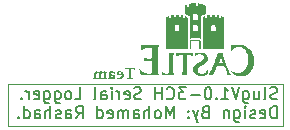
<source format=gbo>
G04 #@! TF.GenerationSoftware,KiCad,Pcbnew,8.0.7*
G04 #@! TF.CreationDate,2025-03-03T01:54:19+02:00*
G04 #@! TF.ProjectId,slug_v1_0,736c7567-5f76-4315-9f30-2e6b69636164,rev?*
G04 #@! TF.SameCoordinates,Original*
G04 #@! TF.FileFunction,Legend,Bot*
G04 #@! TF.FilePolarity,Positive*
%FSLAX46Y46*%
G04 Gerber Fmt 4.6, Leading zero omitted, Abs format (unit mm)*
G04 Created by KiCad (PCBNEW 8.0.7) date 2025-03-03 01:54:19*
%MOMM*%
%LPD*%
G01*
G04 APERTURE LIST*
%ADD10C,0.100000*%
%ADD11C,0.200000*%
%ADD12C,0.250000*%
%ADD13C,0.000000*%
%ADD14R,1.700000X1.700000*%
%ADD15O,1.700000X1.700000*%
%ADD16O,1.900000X1.200000*%
%ADD17C,1.450000*%
%ADD18C,1.000000*%
G04 APERTURE END LIST*
D10*
X98040000Y-125117300D02*
X121330000Y-125117300D01*
X121330000Y-128662700D01*
X98040000Y-128662700D01*
X98040000Y-125117300D01*
D11*
X120867945Y-126319656D02*
X120725088Y-126367275D01*
X120725088Y-126367275D02*
X120486993Y-126367275D01*
X120486993Y-126367275D02*
X120391755Y-126319656D01*
X120391755Y-126319656D02*
X120344136Y-126272036D01*
X120344136Y-126272036D02*
X120296517Y-126176798D01*
X120296517Y-126176798D02*
X120296517Y-126081560D01*
X120296517Y-126081560D02*
X120344136Y-125986322D01*
X120344136Y-125986322D02*
X120391755Y-125938703D01*
X120391755Y-125938703D02*
X120486993Y-125891084D01*
X120486993Y-125891084D02*
X120677469Y-125843465D01*
X120677469Y-125843465D02*
X120772707Y-125795846D01*
X120772707Y-125795846D02*
X120820326Y-125748227D01*
X120820326Y-125748227D02*
X120867945Y-125652989D01*
X120867945Y-125652989D02*
X120867945Y-125557751D01*
X120867945Y-125557751D02*
X120820326Y-125462513D01*
X120820326Y-125462513D02*
X120772707Y-125414894D01*
X120772707Y-125414894D02*
X120677469Y-125367275D01*
X120677469Y-125367275D02*
X120439374Y-125367275D01*
X120439374Y-125367275D02*
X120296517Y-125414894D01*
X119725088Y-126367275D02*
X119820326Y-126319656D01*
X119820326Y-126319656D02*
X119867945Y-126224417D01*
X119867945Y-126224417D02*
X119867945Y-125367275D01*
X118915564Y-125700608D02*
X118915564Y-126367275D01*
X119344135Y-125700608D02*
X119344135Y-126224417D01*
X119344135Y-126224417D02*
X119296516Y-126319656D01*
X119296516Y-126319656D02*
X119201278Y-126367275D01*
X119201278Y-126367275D02*
X119058421Y-126367275D01*
X119058421Y-126367275D02*
X118963183Y-126319656D01*
X118963183Y-126319656D02*
X118915564Y-126272036D01*
X118010802Y-125700608D02*
X118010802Y-126510132D01*
X118010802Y-126510132D02*
X118058421Y-126605370D01*
X118058421Y-126605370D02*
X118106040Y-126652989D01*
X118106040Y-126652989D02*
X118201278Y-126700608D01*
X118201278Y-126700608D02*
X118344135Y-126700608D01*
X118344135Y-126700608D02*
X118439373Y-126652989D01*
X118010802Y-126319656D02*
X118106040Y-126367275D01*
X118106040Y-126367275D02*
X118296516Y-126367275D01*
X118296516Y-126367275D02*
X118391754Y-126319656D01*
X118391754Y-126319656D02*
X118439373Y-126272036D01*
X118439373Y-126272036D02*
X118486992Y-126176798D01*
X118486992Y-126176798D02*
X118486992Y-125891084D01*
X118486992Y-125891084D02*
X118439373Y-125795846D01*
X118439373Y-125795846D02*
X118391754Y-125748227D01*
X118391754Y-125748227D02*
X118296516Y-125700608D01*
X118296516Y-125700608D02*
X118106040Y-125700608D01*
X118106040Y-125700608D02*
X118010802Y-125748227D01*
X117677468Y-125367275D02*
X117344135Y-126367275D01*
X117344135Y-126367275D02*
X117010802Y-125367275D01*
X116153659Y-126367275D02*
X116725087Y-126367275D01*
X116439373Y-126367275D02*
X116439373Y-125367275D01*
X116439373Y-125367275D02*
X116534611Y-125510132D01*
X116534611Y-125510132D02*
X116629849Y-125605370D01*
X116629849Y-125605370D02*
X116725087Y-125652989D01*
X115725087Y-126272036D02*
X115677468Y-126319656D01*
X115677468Y-126319656D02*
X115725087Y-126367275D01*
X115725087Y-126367275D02*
X115772706Y-126319656D01*
X115772706Y-126319656D02*
X115725087Y-126272036D01*
X115725087Y-126272036D02*
X115725087Y-126367275D01*
X115058421Y-125367275D02*
X114963183Y-125367275D01*
X114963183Y-125367275D02*
X114867945Y-125414894D01*
X114867945Y-125414894D02*
X114820326Y-125462513D01*
X114820326Y-125462513D02*
X114772707Y-125557751D01*
X114772707Y-125557751D02*
X114725088Y-125748227D01*
X114725088Y-125748227D02*
X114725088Y-125986322D01*
X114725088Y-125986322D02*
X114772707Y-126176798D01*
X114772707Y-126176798D02*
X114820326Y-126272036D01*
X114820326Y-126272036D02*
X114867945Y-126319656D01*
X114867945Y-126319656D02*
X114963183Y-126367275D01*
X114963183Y-126367275D02*
X115058421Y-126367275D01*
X115058421Y-126367275D02*
X115153659Y-126319656D01*
X115153659Y-126319656D02*
X115201278Y-126272036D01*
X115201278Y-126272036D02*
X115248897Y-126176798D01*
X115248897Y-126176798D02*
X115296516Y-125986322D01*
X115296516Y-125986322D02*
X115296516Y-125748227D01*
X115296516Y-125748227D02*
X115248897Y-125557751D01*
X115248897Y-125557751D02*
X115201278Y-125462513D01*
X115201278Y-125462513D02*
X115153659Y-125414894D01*
X115153659Y-125414894D02*
X115058421Y-125367275D01*
X114296516Y-125986322D02*
X113534612Y-125986322D01*
X113153659Y-125367275D02*
X112534612Y-125367275D01*
X112534612Y-125367275D02*
X112867945Y-125748227D01*
X112867945Y-125748227D02*
X112725088Y-125748227D01*
X112725088Y-125748227D02*
X112629850Y-125795846D01*
X112629850Y-125795846D02*
X112582231Y-125843465D01*
X112582231Y-125843465D02*
X112534612Y-125938703D01*
X112534612Y-125938703D02*
X112534612Y-126176798D01*
X112534612Y-126176798D02*
X112582231Y-126272036D01*
X112582231Y-126272036D02*
X112629850Y-126319656D01*
X112629850Y-126319656D02*
X112725088Y-126367275D01*
X112725088Y-126367275D02*
X113010802Y-126367275D01*
X113010802Y-126367275D02*
X113106040Y-126319656D01*
X113106040Y-126319656D02*
X113153659Y-126272036D01*
X111534612Y-126272036D02*
X111582231Y-126319656D01*
X111582231Y-126319656D02*
X111725088Y-126367275D01*
X111725088Y-126367275D02*
X111820326Y-126367275D01*
X111820326Y-126367275D02*
X111963183Y-126319656D01*
X111963183Y-126319656D02*
X112058421Y-126224417D01*
X112058421Y-126224417D02*
X112106040Y-126129179D01*
X112106040Y-126129179D02*
X112153659Y-125938703D01*
X112153659Y-125938703D02*
X112153659Y-125795846D01*
X112153659Y-125795846D02*
X112106040Y-125605370D01*
X112106040Y-125605370D02*
X112058421Y-125510132D01*
X112058421Y-125510132D02*
X111963183Y-125414894D01*
X111963183Y-125414894D02*
X111820326Y-125367275D01*
X111820326Y-125367275D02*
X111725088Y-125367275D01*
X111725088Y-125367275D02*
X111582231Y-125414894D01*
X111582231Y-125414894D02*
X111534612Y-125462513D01*
X111106040Y-126367275D02*
X111106040Y-125367275D01*
X111106040Y-125843465D02*
X110534612Y-125843465D01*
X110534612Y-126367275D02*
X110534612Y-125367275D01*
X109344135Y-126319656D02*
X109201278Y-126367275D01*
X109201278Y-126367275D02*
X108963183Y-126367275D01*
X108963183Y-126367275D02*
X108867945Y-126319656D01*
X108867945Y-126319656D02*
X108820326Y-126272036D01*
X108820326Y-126272036D02*
X108772707Y-126176798D01*
X108772707Y-126176798D02*
X108772707Y-126081560D01*
X108772707Y-126081560D02*
X108820326Y-125986322D01*
X108820326Y-125986322D02*
X108867945Y-125938703D01*
X108867945Y-125938703D02*
X108963183Y-125891084D01*
X108963183Y-125891084D02*
X109153659Y-125843465D01*
X109153659Y-125843465D02*
X109248897Y-125795846D01*
X109248897Y-125795846D02*
X109296516Y-125748227D01*
X109296516Y-125748227D02*
X109344135Y-125652989D01*
X109344135Y-125652989D02*
X109344135Y-125557751D01*
X109344135Y-125557751D02*
X109296516Y-125462513D01*
X109296516Y-125462513D02*
X109248897Y-125414894D01*
X109248897Y-125414894D02*
X109153659Y-125367275D01*
X109153659Y-125367275D02*
X108915564Y-125367275D01*
X108915564Y-125367275D02*
X108772707Y-125414894D01*
X107963183Y-126319656D02*
X108058421Y-126367275D01*
X108058421Y-126367275D02*
X108248897Y-126367275D01*
X108248897Y-126367275D02*
X108344135Y-126319656D01*
X108344135Y-126319656D02*
X108391754Y-126224417D01*
X108391754Y-126224417D02*
X108391754Y-125843465D01*
X108391754Y-125843465D02*
X108344135Y-125748227D01*
X108344135Y-125748227D02*
X108248897Y-125700608D01*
X108248897Y-125700608D02*
X108058421Y-125700608D01*
X108058421Y-125700608D02*
X107963183Y-125748227D01*
X107963183Y-125748227D02*
X107915564Y-125843465D01*
X107915564Y-125843465D02*
X107915564Y-125938703D01*
X107915564Y-125938703D02*
X108391754Y-126033941D01*
X107486992Y-126367275D02*
X107486992Y-125700608D01*
X107486992Y-125891084D02*
X107439373Y-125795846D01*
X107439373Y-125795846D02*
X107391754Y-125748227D01*
X107391754Y-125748227D02*
X107296516Y-125700608D01*
X107296516Y-125700608D02*
X107201278Y-125700608D01*
X106867944Y-126367275D02*
X106867944Y-125700608D01*
X106867944Y-125367275D02*
X106915563Y-125414894D01*
X106915563Y-125414894D02*
X106867944Y-125462513D01*
X106867944Y-125462513D02*
X106820325Y-125414894D01*
X106820325Y-125414894D02*
X106867944Y-125367275D01*
X106867944Y-125367275D02*
X106867944Y-125462513D01*
X105963183Y-126367275D02*
X105963183Y-125843465D01*
X105963183Y-125843465D02*
X106010802Y-125748227D01*
X106010802Y-125748227D02*
X106106040Y-125700608D01*
X106106040Y-125700608D02*
X106296516Y-125700608D01*
X106296516Y-125700608D02*
X106391754Y-125748227D01*
X105963183Y-126319656D02*
X106058421Y-126367275D01*
X106058421Y-126367275D02*
X106296516Y-126367275D01*
X106296516Y-126367275D02*
X106391754Y-126319656D01*
X106391754Y-126319656D02*
X106439373Y-126224417D01*
X106439373Y-126224417D02*
X106439373Y-126129179D01*
X106439373Y-126129179D02*
X106391754Y-126033941D01*
X106391754Y-126033941D02*
X106296516Y-125986322D01*
X106296516Y-125986322D02*
X106058421Y-125986322D01*
X106058421Y-125986322D02*
X105963183Y-125938703D01*
X105344135Y-126367275D02*
X105439373Y-126319656D01*
X105439373Y-126319656D02*
X105486992Y-126224417D01*
X105486992Y-126224417D02*
X105486992Y-125367275D01*
X103725087Y-126367275D02*
X104201277Y-126367275D01*
X104201277Y-126367275D02*
X104201277Y-125367275D01*
X103248896Y-126367275D02*
X103344134Y-126319656D01*
X103344134Y-126319656D02*
X103391753Y-126272036D01*
X103391753Y-126272036D02*
X103439372Y-126176798D01*
X103439372Y-126176798D02*
X103439372Y-125891084D01*
X103439372Y-125891084D02*
X103391753Y-125795846D01*
X103391753Y-125795846D02*
X103344134Y-125748227D01*
X103344134Y-125748227D02*
X103248896Y-125700608D01*
X103248896Y-125700608D02*
X103106039Y-125700608D01*
X103106039Y-125700608D02*
X103010801Y-125748227D01*
X103010801Y-125748227D02*
X102963182Y-125795846D01*
X102963182Y-125795846D02*
X102915563Y-125891084D01*
X102915563Y-125891084D02*
X102915563Y-126176798D01*
X102915563Y-126176798D02*
X102963182Y-126272036D01*
X102963182Y-126272036D02*
X103010801Y-126319656D01*
X103010801Y-126319656D02*
X103106039Y-126367275D01*
X103106039Y-126367275D02*
X103248896Y-126367275D01*
X102058420Y-125700608D02*
X102058420Y-126510132D01*
X102058420Y-126510132D02*
X102106039Y-126605370D01*
X102106039Y-126605370D02*
X102153658Y-126652989D01*
X102153658Y-126652989D02*
X102248896Y-126700608D01*
X102248896Y-126700608D02*
X102391753Y-126700608D01*
X102391753Y-126700608D02*
X102486991Y-126652989D01*
X102058420Y-126319656D02*
X102153658Y-126367275D01*
X102153658Y-126367275D02*
X102344134Y-126367275D01*
X102344134Y-126367275D02*
X102439372Y-126319656D01*
X102439372Y-126319656D02*
X102486991Y-126272036D01*
X102486991Y-126272036D02*
X102534610Y-126176798D01*
X102534610Y-126176798D02*
X102534610Y-125891084D01*
X102534610Y-125891084D02*
X102486991Y-125795846D01*
X102486991Y-125795846D02*
X102439372Y-125748227D01*
X102439372Y-125748227D02*
X102344134Y-125700608D01*
X102344134Y-125700608D02*
X102153658Y-125700608D01*
X102153658Y-125700608D02*
X102058420Y-125748227D01*
X101153658Y-125700608D02*
X101153658Y-126510132D01*
X101153658Y-126510132D02*
X101201277Y-126605370D01*
X101201277Y-126605370D02*
X101248896Y-126652989D01*
X101248896Y-126652989D02*
X101344134Y-126700608D01*
X101344134Y-126700608D02*
X101486991Y-126700608D01*
X101486991Y-126700608D02*
X101582229Y-126652989D01*
X101153658Y-126319656D02*
X101248896Y-126367275D01*
X101248896Y-126367275D02*
X101439372Y-126367275D01*
X101439372Y-126367275D02*
X101534610Y-126319656D01*
X101534610Y-126319656D02*
X101582229Y-126272036D01*
X101582229Y-126272036D02*
X101629848Y-126176798D01*
X101629848Y-126176798D02*
X101629848Y-125891084D01*
X101629848Y-125891084D02*
X101582229Y-125795846D01*
X101582229Y-125795846D02*
X101534610Y-125748227D01*
X101534610Y-125748227D02*
X101439372Y-125700608D01*
X101439372Y-125700608D02*
X101248896Y-125700608D01*
X101248896Y-125700608D02*
X101153658Y-125748227D01*
X100296515Y-126319656D02*
X100391753Y-126367275D01*
X100391753Y-126367275D02*
X100582229Y-126367275D01*
X100582229Y-126367275D02*
X100677467Y-126319656D01*
X100677467Y-126319656D02*
X100725086Y-126224417D01*
X100725086Y-126224417D02*
X100725086Y-125843465D01*
X100725086Y-125843465D02*
X100677467Y-125748227D01*
X100677467Y-125748227D02*
X100582229Y-125700608D01*
X100582229Y-125700608D02*
X100391753Y-125700608D01*
X100391753Y-125700608D02*
X100296515Y-125748227D01*
X100296515Y-125748227D02*
X100248896Y-125843465D01*
X100248896Y-125843465D02*
X100248896Y-125938703D01*
X100248896Y-125938703D02*
X100725086Y-126033941D01*
X99820324Y-126367275D02*
X99820324Y-125700608D01*
X99820324Y-125891084D02*
X99772705Y-125795846D01*
X99772705Y-125795846D02*
X99725086Y-125748227D01*
X99725086Y-125748227D02*
X99629848Y-125700608D01*
X99629848Y-125700608D02*
X99534610Y-125700608D01*
X99201276Y-126272036D02*
X99153657Y-126319656D01*
X99153657Y-126319656D02*
X99201276Y-126367275D01*
X99201276Y-126367275D02*
X99248895Y-126319656D01*
X99248895Y-126319656D02*
X99201276Y-126272036D01*
X99201276Y-126272036D02*
X99201276Y-126367275D01*
X120820326Y-127977219D02*
X120820326Y-126977219D01*
X120820326Y-126977219D02*
X120582231Y-126977219D01*
X120582231Y-126977219D02*
X120439374Y-127024838D01*
X120439374Y-127024838D02*
X120344136Y-127120076D01*
X120344136Y-127120076D02*
X120296517Y-127215314D01*
X120296517Y-127215314D02*
X120248898Y-127405790D01*
X120248898Y-127405790D02*
X120248898Y-127548647D01*
X120248898Y-127548647D02*
X120296517Y-127739123D01*
X120296517Y-127739123D02*
X120344136Y-127834361D01*
X120344136Y-127834361D02*
X120439374Y-127929600D01*
X120439374Y-127929600D02*
X120582231Y-127977219D01*
X120582231Y-127977219D02*
X120820326Y-127977219D01*
X119439374Y-127929600D02*
X119534612Y-127977219D01*
X119534612Y-127977219D02*
X119725088Y-127977219D01*
X119725088Y-127977219D02*
X119820326Y-127929600D01*
X119820326Y-127929600D02*
X119867945Y-127834361D01*
X119867945Y-127834361D02*
X119867945Y-127453409D01*
X119867945Y-127453409D02*
X119820326Y-127358171D01*
X119820326Y-127358171D02*
X119725088Y-127310552D01*
X119725088Y-127310552D02*
X119534612Y-127310552D01*
X119534612Y-127310552D02*
X119439374Y-127358171D01*
X119439374Y-127358171D02*
X119391755Y-127453409D01*
X119391755Y-127453409D02*
X119391755Y-127548647D01*
X119391755Y-127548647D02*
X119867945Y-127643885D01*
X119010802Y-127929600D02*
X118915564Y-127977219D01*
X118915564Y-127977219D02*
X118725088Y-127977219D01*
X118725088Y-127977219D02*
X118629850Y-127929600D01*
X118629850Y-127929600D02*
X118582231Y-127834361D01*
X118582231Y-127834361D02*
X118582231Y-127786742D01*
X118582231Y-127786742D02*
X118629850Y-127691504D01*
X118629850Y-127691504D02*
X118725088Y-127643885D01*
X118725088Y-127643885D02*
X118867945Y-127643885D01*
X118867945Y-127643885D02*
X118963183Y-127596266D01*
X118963183Y-127596266D02*
X119010802Y-127501028D01*
X119010802Y-127501028D02*
X119010802Y-127453409D01*
X119010802Y-127453409D02*
X118963183Y-127358171D01*
X118963183Y-127358171D02*
X118867945Y-127310552D01*
X118867945Y-127310552D02*
X118725088Y-127310552D01*
X118725088Y-127310552D02*
X118629850Y-127358171D01*
X118153659Y-127977219D02*
X118153659Y-127310552D01*
X118153659Y-126977219D02*
X118201278Y-127024838D01*
X118201278Y-127024838D02*
X118153659Y-127072457D01*
X118153659Y-127072457D02*
X118106040Y-127024838D01*
X118106040Y-127024838D02*
X118153659Y-126977219D01*
X118153659Y-126977219D02*
X118153659Y-127072457D01*
X117248898Y-127310552D02*
X117248898Y-128120076D01*
X117248898Y-128120076D02*
X117296517Y-128215314D01*
X117296517Y-128215314D02*
X117344136Y-128262933D01*
X117344136Y-128262933D02*
X117439374Y-128310552D01*
X117439374Y-128310552D02*
X117582231Y-128310552D01*
X117582231Y-128310552D02*
X117677469Y-128262933D01*
X117248898Y-127929600D02*
X117344136Y-127977219D01*
X117344136Y-127977219D02*
X117534612Y-127977219D01*
X117534612Y-127977219D02*
X117629850Y-127929600D01*
X117629850Y-127929600D02*
X117677469Y-127881980D01*
X117677469Y-127881980D02*
X117725088Y-127786742D01*
X117725088Y-127786742D02*
X117725088Y-127501028D01*
X117725088Y-127501028D02*
X117677469Y-127405790D01*
X117677469Y-127405790D02*
X117629850Y-127358171D01*
X117629850Y-127358171D02*
X117534612Y-127310552D01*
X117534612Y-127310552D02*
X117344136Y-127310552D01*
X117344136Y-127310552D02*
X117248898Y-127358171D01*
X116772707Y-127310552D02*
X116772707Y-127977219D01*
X116772707Y-127405790D02*
X116725088Y-127358171D01*
X116725088Y-127358171D02*
X116629850Y-127310552D01*
X116629850Y-127310552D02*
X116486993Y-127310552D01*
X116486993Y-127310552D02*
X116391755Y-127358171D01*
X116391755Y-127358171D02*
X116344136Y-127453409D01*
X116344136Y-127453409D02*
X116344136Y-127977219D01*
X114772707Y-127453409D02*
X114629850Y-127501028D01*
X114629850Y-127501028D02*
X114582231Y-127548647D01*
X114582231Y-127548647D02*
X114534612Y-127643885D01*
X114534612Y-127643885D02*
X114534612Y-127786742D01*
X114534612Y-127786742D02*
X114582231Y-127881980D01*
X114582231Y-127881980D02*
X114629850Y-127929600D01*
X114629850Y-127929600D02*
X114725088Y-127977219D01*
X114725088Y-127977219D02*
X115106040Y-127977219D01*
X115106040Y-127977219D02*
X115106040Y-126977219D01*
X115106040Y-126977219D02*
X114772707Y-126977219D01*
X114772707Y-126977219D02*
X114677469Y-127024838D01*
X114677469Y-127024838D02*
X114629850Y-127072457D01*
X114629850Y-127072457D02*
X114582231Y-127167695D01*
X114582231Y-127167695D02*
X114582231Y-127262933D01*
X114582231Y-127262933D02*
X114629850Y-127358171D01*
X114629850Y-127358171D02*
X114677469Y-127405790D01*
X114677469Y-127405790D02*
X114772707Y-127453409D01*
X114772707Y-127453409D02*
X115106040Y-127453409D01*
X114201278Y-127310552D02*
X113963183Y-127977219D01*
X113725088Y-127310552D02*
X113963183Y-127977219D01*
X113963183Y-127977219D02*
X114058421Y-128215314D01*
X114058421Y-128215314D02*
X114106040Y-128262933D01*
X114106040Y-128262933D02*
X114201278Y-128310552D01*
X113344135Y-127881980D02*
X113296516Y-127929600D01*
X113296516Y-127929600D02*
X113344135Y-127977219D01*
X113344135Y-127977219D02*
X113391754Y-127929600D01*
X113391754Y-127929600D02*
X113344135Y-127881980D01*
X113344135Y-127881980D02*
X113344135Y-127977219D01*
X113344135Y-127358171D02*
X113296516Y-127405790D01*
X113296516Y-127405790D02*
X113344135Y-127453409D01*
X113344135Y-127453409D02*
X113391754Y-127405790D01*
X113391754Y-127405790D02*
X113344135Y-127358171D01*
X113344135Y-127358171D02*
X113344135Y-127453409D01*
X112106040Y-127977219D02*
X112106040Y-126977219D01*
X112106040Y-126977219D02*
X111772707Y-127691504D01*
X111772707Y-127691504D02*
X111439374Y-126977219D01*
X111439374Y-126977219D02*
X111439374Y-127977219D01*
X110820326Y-127977219D02*
X110915564Y-127929600D01*
X110915564Y-127929600D02*
X110963183Y-127881980D01*
X110963183Y-127881980D02*
X111010802Y-127786742D01*
X111010802Y-127786742D02*
X111010802Y-127501028D01*
X111010802Y-127501028D02*
X110963183Y-127405790D01*
X110963183Y-127405790D02*
X110915564Y-127358171D01*
X110915564Y-127358171D02*
X110820326Y-127310552D01*
X110820326Y-127310552D02*
X110677469Y-127310552D01*
X110677469Y-127310552D02*
X110582231Y-127358171D01*
X110582231Y-127358171D02*
X110534612Y-127405790D01*
X110534612Y-127405790D02*
X110486993Y-127501028D01*
X110486993Y-127501028D02*
X110486993Y-127786742D01*
X110486993Y-127786742D02*
X110534612Y-127881980D01*
X110534612Y-127881980D02*
X110582231Y-127929600D01*
X110582231Y-127929600D02*
X110677469Y-127977219D01*
X110677469Y-127977219D02*
X110820326Y-127977219D01*
X110058421Y-127977219D02*
X110058421Y-126977219D01*
X109629850Y-127977219D02*
X109629850Y-127453409D01*
X109629850Y-127453409D02*
X109677469Y-127358171D01*
X109677469Y-127358171D02*
X109772707Y-127310552D01*
X109772707Y-127310552D02*
X109915564Y-127310552D01*
X109915564Y-127310552D02*
X110010802Y-127358171D01*
X110010802Y-127358171D02*
X110058421Y-127405790D01*
X108725088Y-127977219D02*
X108725088Y-127453409D01*
X108725088Y-127453409D02*
X108772707Y-127358171D01*
X108772707Y-127358171D02*
X108867945Y-127310552D01*
X108867945Y-127310552D02*
X109058421Y-127310552D01*
X109058421Y-127310552D02*
X109153659Y-127358171D01*
X108725088Y-127929600D02*
X108820326Y-127977219D01*
X108820326Y-127977219D02*
X109058421Y-127977219D01*
X109058421Y-127977219D02*
X109153659Y-127929600D01*
X109153659Y-127929600D02*
X109201278Y-127834361D01*
X109201278Y-127834361D02*
X109201278Y-127739123D01*
X109201278Y-127739123D02*
X109153659Y-127643885D01*
X109153659Y-127643885D02*
X109058421Y-127596266D01*
X109058421Y-127596266D02*
X108820326Y-127596266D01*
X108820326Y-127596266D02*
X108725088Y-127548647D01*
X108248897Y-127977219D02*
X108248897Y-127310552D01*
X108248897Y-127405790D02*
X108201278Y-127358171D01*
X108201278Y-127358171D02*
X108106040Y-127310552D01*
X108106040Y-127310552D02*
X107963183Y-127310552D01*
X107963183Y-127310552D02*
X107867945Y-127358171D01*
X107867945Y-127358171D02*
X107820326Y-127453409D01*
X107820326Y-127453409D02*
X107820326Y-127977219D01*
X107820326Y-127453409D02*
X107772707Y-127358171D01*
X107772707Y-127358171D02*
X107677469Y-127310552D01*
X107677469Y-127310552D02*
X107534612Y-127310552D01*
X107534612Y-127310552D02*
X107439373Y-127358171D01*
X107439373Y-127358171D02*
X107391754Y-127453409D01*
X107391754Y-127453409D02*
X107391754Y-127977219D01*
X106534612Y-127929600D02*
X106629850Y-127977219D01*
X106629850Y-127977219D02*
X106820326Y-127977219D01*
X106820326Y-127977219D02*
X106915564Y-127929600D01*
X106915564Y-127929600D02*
X106963183Y-127834361D01*
X106963183Y-127834361D02*
X106963183Y-127453409D01*
X106963183Y-127453409D02*
X106915564Y-127358171D01*
X106915564Y-127358171D02*
X106820326Y-127310552D01*
X106820326Y-127310552D02*
X106629850Y-127310552D01*
X106629850Y-127310552D02*
X106534612Y-127358171D01*
X106534612Y-127358171D02*
X106486993Y-127453409D01*
X106486993Y-127453409D02*
X106486993Y-127548647D01*
X106486993Y-127548647D02*
X106963183Y-127643885D01*
X105629850Y-127977219D02*
X105629850Y-126977219D01*
X105629850Y-127929600D02*
X105725088Y-127977219D01*
X105725088Y-127977219D02*
X105915564Y-127977219D01*
X105915564Y-127977219D02*
X106010802Y-127929600D01*
X106010802Y-127929600D02*
X106058421Y-127881980D01*
X106058421Y-127881980D02*
X106106040Y-127786742D01*
X106106040Y-127786742D02*
X106106040Y-127501028D01*
X106106040Y-127501028D02*
X106058421Y-127405790D01*
X106058421Y-127405790D02*
X106010802Y-127358171D01*
X106010802Y-127358171D02*
X105915564Y-127310552D01*
X105915564Y-127310552D02*
X105725088Y-127310552D01*
X105725088Y-127310552D02*
X105629850Y-127358171D01*
X103820326Y-127977219D02*
X104153659Y-127501028D01*
X104391754Y-127977219D02*
X104391754Y-126977219D01*
X104391754Y-126977219D02*
X104010802Y-126977219D01*
X104010802Y-126977219D02*
X103915564Y-127024838D01*
X103915564Y-127024838D02*
X103867945Y-127072457D01*
X103867945Y-127072457D02*
X103820326Y-127167695D01*
X103820326Y-127167695D02*
X103820326Y-127310552D01*
X103820326Y-127310552D02*
X103867945Y-127405790D01*
X103867945Y-127405790D02*
X103915564Y-127453409D01*
X103915564Y-127453409D02*
X104010802Y-127501028D01*
X104010802Y-127501028D02*
X104391754Y-127501028D01*
X102963183Y-127977219D02*
X102963183Y-127453409D01*
X102963183Y-127453409D02*
X103010802Y-127358171D01*
X103010802Y-127358171D02*
X103106040Y-127310552D01*
X103106040Y-127310552D02*
X103296516Y-127310552D01*
X103296516Y-127310552D02*
X103391754Y-127358171D01*
X102963183Y-127929600D02*
X103058421Y-127977219D01*
X103058421Y-127977219D02*
X103296516Y-127977219D01*
X103296516Y-127977219D02*
X103391754Y-127929600D01*
X103391754Y-127929600D02*
X103439373Y-127834361D01*
X103439373Y-127834361D02*
X103439373Y-127739123D01*
X103439373Y-127739123D02*
X103391754Y-127643885D01*
X103391754Y-127643885D02*
X103296516Y-127596266D01*
X103296516Y-127596266D02*
X103058421Y-127596266D01*
X103058421Y-127596266D02*
X102963183Y-127548647D01*
X102534611Y-127929600D02*
X102439373Y-127977219D01*
X102439373Y-127977219D02*
X102248897Y-127977219D01*
X102248897Y-127977219D02*
X102153659Y-127929600D01*
X102153659Y-127929600D02*
X102106040Y-127834361D01*
X102106040Y-127834361D02*
X102106040Y-127786742D01*
X102106040Y-127786742D02*
X102153659Y-127691504D01*
X102153659Y-127691504D02*
X102248897Y-127643885D01*
X102248897Y-127643885D02*
X102391754Y-127643885D01*
X102391754Y-127643885D02*
X102486992Y-127596266D01*
X102486992Y-127596266D02*
X102534611Y-127501028D01*
X102534611Y-127501028D02*
X102534611Y-127453409D01*
X102534611Y-127453409D02*
X102486992Y-127358171D01*
X102486992Y-127358171D02*
X102391754Y-127310552D01*
X102391754Y-127310552D02*
X102248897Y-127310552D01*
X102248897Y-127310552D02*
X102153659Y-127358171D01*
X101677468Y-127977219D02*
X101677468Y-126977219D01*
X101248897Y-127977219D02*
X101248897Y-127453409D01*
X101248897Y-127453409D02*
X101296516Y-127358171D01*
X101296516Y-127358171D02*
X101391754Y-127310552D01*
X101391754Y-127310552D02*
X101534611Y-127310552D01*
X101534611Y-127310552D02*
X101629849Y-127358171D01*
X101629849Y-127358171D02*
X101677468Y-127405790D01*
X100344135Y-127977219D02*
X100344135Y-127453409D01*
X100344135Y-127453409D02*
X100391754Y-127358171D01*
X100391754Y-127358171D02*
X100486992Y-127310552D01*
X100486992Y-127310552D02*
X100677468Y-127310552D01*
X100677468Y-127310552D02*
X100772706Y-127358171D01*
X100344135Y-127929600D02*
X100439373Y-127977219D01*
X100439373Y-127977219D02*
X100677468Y-127977219D01*
X100677468Y-127977219D02*
X100772706Y-127929600D01*
X100772706Y-127929600D02*
X100820325Y-127834361D01*
X100820325Y-127834361D02*
X100820325Y-127739123D01*
X100820325Y-127739123D02*
X100772706Y-127643885D01*
X100772706Y-127643885D02*
X100677468Y-127596266D01*
X100677468Y-127596266D02*
X100439373Y-127596266D01*
X100439373Y-127596266D02*
X100344135Y-127548647D01*
X99439373Y-127977219D02*
X99439373Y-126977219D01*
X99439373Y-127929600D02*
X99534611Y-127977219D01*
X99534611Y-127977219D02*
X99725087Y-127977219D01*
X99725087Y-127977219D02*
X99820325Y-127929600D01*
X99820325Y-127929600D02*
X99867944Y-127881980D01*
X99867944Y-127881980D02*
X99915563Y-127786742D01*
X99915563Y-127786742D02*
X99915563Y-127501028D01*
X99915563Y-127501028D02*
X99867944Y-127405790D01*
X99867944Y-127405790D02*
X99820325Y-127358171D01*
X99820325Y-127358171D02*
X99725087Y-127310552D01*
X99725087Y-127310552D02*
X99534611Y-127310552D01*
X99534611Y-127310552D02*
X99439373Y-127358171D01*
X98963182Y-127881980D02*
X98915563Y-127929600D01*
X98915563Y-127929600D02*
X98963182Y-127977219D01*
X98963182Y-127977219D02*
X99010801Y-127929600D01*
X99010801Y-127929600D02*
X98963182Y-127881980D01*
X98963182Y-127881980D02*
X98963182Y-127977219D01*
D12*
G36*
X108624305Y-124650000D02*
G01*
X108624305Y-124587473D01*
X108574025Y-124584802D01*
X108542484Y-124580635D01*
X108514396Y-124569399D01*
X108501939Y-124540579D01*
X108498330Y-124490886D01*
X108496269Y-124434581D01*
X108494804Y-124379489D01*
X108493635Y-124325157D01*
X108492971Y-124275408D01*
X108492445Y-124225265D01*
X108492055Y-124174727D01*
X108491803Y-124123794D01*
X108491689Y-124072465D01*
X108491681Y-124055268D01*
X108491708Y-123991818D01*
X108491788Y-123936658D01*
X108491963Y-123879363D01*
X108492284Y-123827706D01*
X108493391Y-123779762D01*
X108541751Y-123774633D01*
X108593363Y-123775058D01*
X108645771Y-123776527D01*
X108697413Y-123779356D01*
X108706127Y-123780006D01*
X108751067Y-123786601D01*
X108758883Y-123798325D01*
X108764722Y-123847917D01*
X108769502Y-123902123D01*
X108770607Y-123915317D01*
X108829713Y-123915317D01*
X108829658Y-123862682D01*
X108830562Y-123813343D01*
X108832767Y-123760991D01*
X108836745Y-123707240D01*
X108837285Y-123701605D01*
X108829713Y-123696475D01*
X108775797Y-123700139D01*
X108722247Y-123703314D01*
X108669063Y-123706001D01*
X108616245Y-123708199D01*
X108563794Y-123709909D01*
X108511709Y-123711130D01*
X108459991Y-123711863D01*
X108408639Y-123712107D01*
X108356890Y-123711863D01*
X108303614Y-123711130D01*
X108248812Y-123709909D01*
X108192484Y-123708199D01*
X108134629Y-123706001D01*
X108075247Y-123703314D01*
X108014339Y-123700139D01*
X107951905Y-123696475D01*
X107944333Y-123706978D01*
X107951035Y-123759402D01*
X107956019Y-123810055D01*
X107960087Y-123864525D01*
X107962896Y-123915317D01*
X108019804Y-123915317D01*
X108022872Y-123865568D01*
X108027532Y-123815044D01*
X108032260Y-123793440D01*
X108054242Y-123783426D01*
X108104838Y-123778420D01*
X108157732Y-123776084D01*
X108215134Y-123774942D01*
X108272595Y-123774633D01*
X108289204Y-123778785D01*
X108291891Y-123814933D01*
X108296043Y-124273621D01*
X108295959Y-124332147D01*
X108295709Y-124383158D01*
X108295188Y-124434455D01*
X108294119Y-124486021D01*
X108292623Y-124518353D01*
X108281999Y-124566072D01*
X108276015Y-124573063D01*
X108225661Y-124582024D01*
X108174398Y-124586956D01*
X108168304Y-124587473D01*
X108168304Y-124650000D01*
X108219518Y-124650000D01*
X108272290Y-124650000D01*
X108326619Y-124650000D01*
X108382505Y-124650000D01*
X108436400Y-124650000D01*
X108486346Y-124650000D01*
X108539624Y-124650000D01*
X108593930Y-124650000D01*
X108624305Y-124650000D01*
G37*
G36*
X107572702Y-123995429D02*
G01*
X107623913Y-124005687D01*
X107671758Y-124024738D01*
X107694332Y-124036499D01*
X107739768Y-124062864D01*
X107780446Y-124090439D01*
X107786234Y-124094813D01*
X107823018Y-124131993D01*
X107848101Y-124176901D01*
X107851177Y-124185063D01*
X107864548Y-124234696D01*
X107871493Y-124286779D01*
X107873503Y-124339323D01*
X107871398Y-124386096D01*
X107863315Y-124437753D01*
X107846223Y-124491856D01*
X107820880Y-124539320D01*
X107787285Y-124580146D01*
X107752712Y-124609198D01*
X107706712Y-124635494D01*
X107654611Y-124653610D01*
X107605098Y-124662626D01*
X107551102Y-124665631D01*
X107531354Y-124665232D01*
X107481627Y-124660453D01*
X107430690Y-124649267D01*
X107416635Y-124644863D01*
X107369184Y-124625482D01*
X107324445Y-124599930D01*
X107293670Y-124531786D01*
X107313454Y-124512247D01*
X107341950Y-124527073D01*
X107389902Y-124545219D01*
X107416351Y-124551477D01*
X107467327Y-124556210D01*
X107484577Y-124555693D01*
X107532849Y-124547933D01*
X107580366Y-124528389D01*
X107621444Y-124497348D01*
X107645442Y-124468742D01*
X107669255Y-124423892D01*
X107683772Y-124376402D01*
X107692030Y-124321737D01*
X107543042Y-124321737D01*
X107491091Y-124321389D01*
X107442023Y-124320187D01*
X107391856Y-124317341D01*
X107279260Y-124290474D01*
X107277062Y-124241625D01*
X107278119Y-124225505D01*
X107458534Y-124225505D01*
X107459267Y-124259211D01*
X107470437Y-124259211D01*
X107521261Y-124259211D01*
X107573328Y-124259211D01*
X107596501Y-124259211D01*
X107646708Y-124259211D01*
X107696915Y-124259211D01*
X107694629Y-124230647D01*
X107688550Y-124178428D01*
X107677131Y-124128541D01*
X107669697Y-124112284D01*
X107637320Y-124075052D01*
X107621396Y-124065843D01*
X107573328Y-124056001D01*
X107528524Y-124064910D01*
X107489553Y-124096545D01*
X107473195Y-124126560D01*
X107461563Y-124174920D01*
X107458534Y-124225505D01*
X107278119Y-124225505D01*
X107280580Y-124187989D01*
X107293215Y-124135076D01*
X107315041Y-124091108D01*
X107350579Y-124052337D01*
X107384612Y-124029402D01*
X107433866Y-124008190D01*
X107482836Y-123997154D01*
X107536692Y-123993475D01*
X107572702Y-123995429D01*
G37*
G36*
X106914546Y-123995611D02*
G01*
X106963698Y-124006420D01*
X106983078Y-124014634D01*
X107029358Y-124039061D01*
X107071753Y-124064439D01*
X107114884Y-124091905D01*
X107114152Y-124120481D01*
X107113419Y-124152233D01*
X107114884Y-124184473D01*
X107067501Y-124196685D01*
X107036482Y-124121702D01*
X106997159Y-124107536D01*
X106959057Y-124102896D01*
X106930833Y-124104536D01*
X106883091Y-124117656D01*
X106842065Y-124149546D01*
X106834360Y-124161175D01*
X106818614Y-124208298D01*
X106813977Y-124259211D01*
X106871229Y-124270076D01*
X106923184Y-124281300D01*
X106980679Y-124295834D01*
X107029897Y-124310928D01*
X107078034Y-124329782D01*
X107123677Y-124356175D01*
X107127013Y-124358813D01*
X107158784Y-124399548D01*
X107173610Y-124446298D01*
X107177899Y-124498325D01*
X107176499Y-124527717D01*
X107165302Y-124578206D01*
X107138087Y-124623133D01*
X107121999Y-124637576D01*
X107075443Y-124659655D01*
X107025491Y-124665631D01*
X107006162Y-124664749D01*
X106957592Y-124656594D01*
X106813977Y-124548150D01*
X106820816Y-124642428D01*
X106813977Y-124650000D01*
X106792113Y-124650000D01*
X106743031Y-124650000D01*
X106691612Y-124650000D01*
X106657637Y-124650000D01*
X106607836Y-124650000D01*
X106555080Y-124650000D01*
X106555080Y-124587473D01*
X106579957Y-124584814D01*
X106628353Y-124575505D01*
X106641542Y-124558653D01*
X106642133Y-124556167D01*
X106645849Y-124506956D01*
X106646137Y-124482205D01*
X106813977Y-124482205D01*
X106835232Y-124502043D01*
X106877227Y-124529406D01*
X106925352Y-124540579D01*
X106940369Y-124539480D01*
X106984459Y-124517620D01*
X106995675Y-124503353D01*
X107007662Y-124454605D01*
X107000696Y-124415269D01*
X106971270Y-124375959D01*
X106960851Y-124368700D01*
X106913750Y-124347749D01*
X106862827Y-124332847D01*
X106813977Y-124321737D01*
X106813977Y-124482205D01*
X106646137Y-124482205D01*
X106646427Y-124457292D01*
X106646140Y-124420875D01*
X106645041Y-124368485D01*
X106643496Y-124317585D01*
X106643016Y-124302238D01*
X106641567Y-124249911D01*
X106640809Y-124200593D01*
X106641381Y-124177081D01*
X106647426Y-124128097D01*
X106664256Y-124081646D01*
X106696768Y-124043134D01*
X106738506Y-124017166D01*
X106769478Y-124005714D01*
X106818228Y-123996274D01*
X106870397Y-123993475D01*
X106914546Y-123995611D01*
G37*
G36*
X106485959Y-124650000D02*
G01*
X106485959Y-124587473D01*
X106435289Y-124584468D01*
X106404626Y-124578681D01*
X106391926Y-124556454D01*
X106387896Y-124503332D01*
X106386809Y-124454452D01*
X106386552Y-124406978D01*
X106386659Y-124348436D01*
X106386980Y-124297008D01*
X106387681Y-124242726D01*
X106388963Y-124192259D01*
X106392563Y-124141307D01*
X106393391Y-124137822D01*
X106438887Y-124119810D01*
X106441507Y-124119748D01*
X106485959Y-124118527D01*
X106485959Y-124056001D01*
X106435574Y-124049570D01*
X106385771Y-124041395D01*
X106341856Y-124032065D01*
X106291740Y-124018287D01*
X106243025Y-124000932D01*
X106233900Y-123997138D01*
X106219490Y-123993475D01*
X106209965Y-124012037D01*
X106211919Y-124049651D01*
X106213384Y-124086775D01*
X106213384Y-124113398D01*
X106100788Y-124022295D01*
X106055664Y-124000680D01*
X106005423Y-123993728D01*
X105992100Y-123993475D01*
X105941221Y-123997768D01*
X105892628Y-124013630D01*
X105875352Y-124024005D01*
X105839331Y-124060677D01*
X105815406Y-124105483D01*
X105809406Y-124121702D01*
X105692658Y-124022295D01*
X105646316Y-123998991D01*
X105598625Y-123993475D01*
X105548219Y-123996696D01*
X105500052Y-124008019D01*
X105453461Y-124032931D01*
X105439867Y-124045010D01*
X105410943Y-124087892D01*
X105395067Y-124140099D01*
X105389511Y-124190932D01*
X105389064Y-124212072D01*
X105390530Y-124267515D01*
X105391829Y-124317745D01*
X105392773Y-124369885D01*
X105393206Y-124422776D01*
X105393217Y-124431891D01*
X105392620Y-124484994D01*
X105390062Y-124534346D01*
X105387110Y-124555478D01*
X105372944Y-124577215D01*
X105322265Y-124585647D01*
X105295519Y-124587473D01*
X105295519Y-124650000D01*
X105347082Y-124650000D01*
X105398788Y-124650000D01*
X105445240Y-124650000D01*
X105496254Y-124650000D01*
X105548879Y-124650000D01*
X105573712Y-124650000D01*
X105582016Y-124637543D01*
X105575708Y-124584377D01*
X105570705Y-124531675D01*
X105567007Y-124479437D01*
X105564614Y-124427662D01*
X105563526Y-124376351D01*
X105563454Y-124359351D01*
X105564364Y-124303325D01*
X105567727Y-124248685D01*
X105575691Y-124195401D01*
X105589344Y-124158583D01*
X105627759Y-124127328D01*
X105676165Y-124118566D01*
X105680202Y-124118527D01*
X105729413Y-124126446D01*
X105755184Y-124138799D01*
X105791180Y-124172276D01*
X105797683Y-124184961D01*
X105803393Y-124234009D01*
X105804495Y-124287357D01*
X105804521Y-124299023D01*
X105804402Y-124350162D01*
X105803944Y-124404682D01*
X105802976Y-124458846D01*
X105801297Y-124508298D01*
X105799637Y-124536671D01*
X105787180Y-124574284D01*
X105737538Y-124584356D01*
X105699497Y-124587473D01*
X105699497Y-124650000D01*
X105749804Y-124650000D01*
X105799609Y-124650000D01*
X105848911Y-124650000D01*
X105876085Y-124650000D01*
X105928582Y-124650000D01*
X105978361Y-124650000D01*
X106031116Y-124650000D01*
X106069769Y-124650000D01*
X106069769Y-124587473D01*
X106018457Y-124583395D01*
X105990146Y-124568911D01*
X105981353Y-124518841D01*
X105978983Y-124462985D01*
X105978422Y-124405757D01*
X105978663Y-124348312D01*
X105979551Y-124292363D01*
X105981368Y-124243018D01*
X105985261Y-124200593D01*
X106004015Y-124154415D01*
X106018722Y-124139532D01*
X106064574Y-124120578D01*
X106091751Y-124118527D01*
X106141685Y-124127770D01*
X106154277Y-124133670D01*
X106192798Y-124164552D01*
X106201660Y-124175924D01*
X106212651Y-124222086D01*
X106211919Y-124246755D01*
X106210195Y-124299092D01*
X106209965Y-124349092D01*
X106210697Y-124426029D01*
X106210438Y-124475702D01*
X106209234Y-124525557D01*
X106206545Y-124556943D01*
X106195066Y-124575750D01*
X106145979Y-124584909D01*
X106119839Y-124587473D01*
X106119839Y-124650000D01*
X106172857Y-124650000D01*
X106223265Y-124650000D01*
X106276223Y-124650000D01*
X106300579Y-124650000D01*
X106352892Y-124650000D01*
X106402893Y-124650000D01*
X106458640Y-124650000D01*
X106485959Y-124650000D01*
G37*
D13*
G04 #@! TO.C,G\u002A\u002A\u002A*
G36*
X114054015Y-121318898D02*
G01*
X114144021Y-121326825D01*
X114222865Y-121339287D01*
X114289236Y-121356121D01*
X114341824Y-121377162D01*
X114342717Y-121377616D01*
X114355417Y-121384027D01*
X114365921Y-121390146D01*
X114374437Y-121397420D01*
X114381173Y-121407297D01*
X114386337Y-121421223D01*
X114390138Y-121440646D01*
X114392784Y-121467012D01*
X114394481Y-121501768D01*
X114395439Y-121546362D01*
X114395866Y-121602241D01*
X114395970Y-121670851D01*
X114395958Y-121753639D01*
X114395958Y-122080046D01*
X114337361Y-122080046D01*
X114278763Y-122080046D01*
X114278763Y-121790966D01*
X114278763Y-121789965D01*
X114278728Y-121715169D01*
X114278572Y-121654419D01*
X114278216Y-121606155D01*
X114277584Y-121568815D01*
X114276599Y-121540837D01*
X114275181Y-121520663D01*
X114273255Y-121506729D01*
X114270742Y-121497476D01*
X114267564Y-121491342D01*
X114263645Y-121486767D01*
X114249915Y-121476286D01*
X114229456Y-121467093D01*
X114200339Y-121458937D01*
X114160251Y-121451171D01*
X114106878Y-121443154D01*
X114067499Y-121438560D01*
X113999523Y-121433848D01*
X113929264Y-121432434D01*
X113859262Y-121434122D01*
X113792060Y-121438714D01*
X113730199Y-121446015D01*
X113676220Y-121455827D01*
X113632666Y-121467955D01*
X113602077Y-121482201D01*
X113583598Y-121494308D01*
X113581550Y-121785224D01*
X113579502Y-122076140D01*
X113518951Y-122078422D01*
X113458400Y-122080704D01*
X113458400Y-121749685D01*
X113458400Y-121418667D01*
X113476077Y-121402060D01*
X113491720Y-121389441D01*
X113535752Y-121366067D01*
X113594716Y-121347106D01*
X113668573Y-121332569D01*
X113757282Y-121322465D01*
X113860801Y-121316801D01*
X113954157Y-121315672D01*
X114054015Y-121318898D01*
G37*
G36*
X112010563Y-122448902D02*
G01*
X112053112Y-122449441D01*
X112085940Y-122450327D01*
X112107079Y-122451523D01*
X112114561Y-122452994D01*
X112114553Y-122453259D01*
X112112859Y-122464291D01*
X112108791Y-122485894D01*
X112103173Y-122513667D01*
X112096071Y-122551651D01*
X112084970Y-122629838D01*
X112075688Y-122720751D01*
X112068212Y-122822608D01*
X112062530Y-122933628D01*
X112058630Y-123052029D01*
X112056499Y-123176028D01*
X112056127Y-123303844D01*
X112057499Y-123433696D01*
X112060606Y-123563801D01*
X112065434Y-123692377D01*
X112071971Y-123817644D01*
X112080205Y-123937818D01*
X112090124Y-124051119D01*
X112101717Y-124155764D01*
X112114970Y-124249972D01*
X112115404Y-124252703D01*
X112121164Y-124289211D01*
X112125864Y-124319596D01*
X112129032Y-124340755D01*
X112130194Y-124349588D01*
X112130056Y-124349684D01*
X112120489Y-124350393D01*
X112096804Y-124351059D01*
X112060331Y-124351673D01*
X112012401Y-124352222D01*
X111954345Y-124352697D01*
X111887494Y-124353086D01*
X111813178Y-124353377D01*
X111732728Y-124353560D01*
X111647474Y-124353624D01*
X111164755Y-124353624D01*
X111122860Y-124197207D01*
X111119267Y-124183717D01*
X111107389Y-124137904D01*
X111097523Y-124097970D01*
X111090205Y-124066210D01*
X111085970Y-124044922D01*
X111085354Y-124036400D01*
X111087312Y-124036647D01*
X111099433Y-124043581D01*
X111120451Y-124058010D01*
X111148113Y-124078350D01*
X111180165Y-124103018D01*
X111270587Y-124174026D01*
X111397638Y-124190424D01*
X111447526Y-124196278D01*
X111518697Y-124201862D01*
X111577192Y-124202372D01*
X111624327Y-124197795D01*
X111661415Y-124188119D01*
X111663563Y-124187316D01*
X111680343Y-124181146D01*
X111693223Y-124175367D01*
X111702813Y-124167983D01*
X111709719Y-124156994D01*
X111714549Y-124140401D01*
X111717909Y-124116207D01*
X111720406Y-124082411D01*
X111722649Y-124037017D01*
X111725244Y-123978024D01*
X111726627Y-123940674D01*
X111728184Y-123875122D01*
X111729233Y-123798196D01*
X111729795Y-123712353D01*
X111729891Y-123620046D01*
X111729541Y-123523728D01*
X111728768Y-123425855D01*
X111727591Y-123328881D01*
X111726032Y-123235259D01*
X111724113Y-123147443D01*
X111721852Y-123067889D01*
X111719273Y-122999050D01*
X111716396Y-122943381D01*
X111715987Y-122936980D01*
X111713237Y-122897718D01*
X111709546Y-122849323D01*
X111705154Y-122794541D01*
X111700296Y-122736118D01*
X111695213Y-122676800D01*
X111690141Y-122619332D01*
X111685319Y-122566460D01*
X111680984Y-122520931D01*
X111677376Y-122485490D01*
X111674732Y-122462882D01*
X111675586Y-122459813D01*
X111680743Y-122456948D01*
X111691901Y-122454695D01*
X111710664Y-122452955D01*
X111738637Y-122451625D01*
X111777422Y-122450604D01*
X111828626Y-122449792D01*
X111893851Y-122449088D01*
X111904171Y-122448997D01*
X111960260Y-122448742D01*
X112010563Y-122448902D01*
G37*
G36*
X113778734Y-122597572D02*
G01*
X113778733Y-122751794D01*
X113725995Y-122719350D01*
X113710015Y-122709746D01*
X113654908Y-122679494D01*
X113598523Y-122652364D01*
X113545441Y-122630457D01*
X113500244Y-122615871D01*
X113492316Y-122613963D01*
X113449271Y-122607108D01*
X113402320Y-122604302D01*
X113355311Y-122605335D01*
X113312092Y-122609997D01*
X113276511Y-122618079D01*
X113252418Y-122629371D01*
X113250289Y-122631984D01*
X113248125Y-122637823D01*
X113246199Y-122647722D01*
X113244471Y-122662735D01*
X113242903Y-122683910D01*
X113241455Y-122712301D01*
X113240091Y-122748957D01*
X113238771Y-122794931D01*
X113237458Y-122851274D01*
X113236111Y-122919037D01*
X113234694Y-122999270D01*
X113233167Y-123093026D01*
X113231492Y-123201356D01*
X113230277Y-123282496D01*
X113228788Y-123388757D01*
X113227682Y-123482109D01*
X113227010Y-123564164D01*
X113226826Y-123636531D01*
X113227181Y-123700822D01*
X113228127Y-123758646D01*
X113229717Y-123811615D01*
X113232002Y-123861340D01*
X113235036Y-123909430D01*
X113238869Y-123957496D01*
X113243555Y-124007150D01*
X113249145Y-124060001D01*
X113255691Y-124117660D01*
X113263247Y-124181738D01*
X113266680Y-124211100D01*
X113271420Y-124253620D01*
X113275210Y-124290062D01*
X113277727Y-124317282D01*
X113278650Y-124332138D01*
X113278702Y-124353624D01*
X113047197Y-124353624D01*
X112815691Y-124353624D01*
X112820692Y-124324325D01*
X112830393Y-124261541D01*
X112838903Y-124193094D01*
X112846216Y-124118145D01*
X112852404Y-124035392D01*
X112857541Y-123943535D01*
X112861698Y-123841273D01*
X112864948Y-123727303D01*
X112867365Y-123600325D01*
X112869020Y-123459037D01*
X112869633Y-123390065D01*
X112870454Y-123301255D01*
X112871311Y-123211966D01*
X112872175Y-123124881D01*
X112873020Y-123042685D01*
X112873819Y-122968062D01*
X112874545Y-122903695D01*
X112875169Y-122852271D01*
X112877843Y-122643966D01*
X112834117Y-122629601D01*
X112833677Y-122629457D01*
X112796164Y-122621115D01*
X112748674Y-122616118D01*
X112696256Y-122614466D01*
X112643956Y-122616158D01*
X112596824Y-122621196D01*
X112559908Y-122629580D01*
X112522216Y-122643381D01*
X112443232Y-122680427D01*
X112373277Y-122724586D01*
X112368756Y-122727900D01*
X112346137Y-122744082D01*
X112329294Y-122755471D01*
X112321590Y-122759776D01*
X112321422Y-122759634D01*
X112320245Y-122750288D01*
X112319224Y-122728003D01*
X112318420Y-122695145D01*
X112317894Y-122654081D01*
X112317705Y-122607177D01*
X112317752Y-122581178D01*
X112318252Y-122531422D01*
X112319378Y-122495087D01*
X112321226Y-122470639D01*
X112323892Y-122456543D01*
X112327471Y-122451265D01*
X112327837Y-122451195D01*
X112339053Y-122450685D01*
X112364627Y-122450150D01*
X112403452Y-122449599D01*
X112454418Y-122449042D01*
X112516415Y-122448485D01*
X112588337Y-122447939D01*
X112669073Y-122447410D01*
X112757514Y-122446909D01*
X112852553Y-122446443D01*
X112953080Y-122446021D01*
X113057986Y-122445651D01*
X113778735Y-122443350D01*
X113778734Y-122597572D01*
G37*
G36*
X117737258Y-121761127D02*
G01*
X117804931Y-121764955D01*
X117867186Y-121770916D01*
X117925350Y-121779027D01*
X117980746Y-121789308D01*
X118034701Y-121801776D01*
X118051458Y-121806134D01*
X118155226Y-121839333D01*
X118250665Y-121881769D01*
X118340447Y-121934994D01*
X118427244Y-122000561D01*
X118513731Y-122080021D01*
X118552627Y-122120576D01*
X118638154Y-122224874D01*
X118712392Y-122338929D01*
X118775524Y-122463127D01*
X118827730Y-122597851D01*
X118869190Y-122743484D01*
X118900086Y-122900409D01*
X118904253Y-122933132D01*
X118908685Y-122991717D01*
X118911060Y-123058764D01*
X118911379Y-123130085D01*
X118909642Y-123201486D01*
X118905851Y-123268778D01*
X118900005Y-123327770D01*
X118881501Y-123440348D01*
X118845654Y-123583166D01*
X118797214Y-123718667D01*
X118736618Y-123846067D01*
X118664306Y-123964576D01*
X118580715Y-124073409D01*
X118486284Y-124171779D01*
X118381450Y-124258898D01*
X118340157Y-124287632D01*
X118242472Y-124342480D01*
X118137819Y-124383737D01*
X118025088Y-124411880D01*
X118008957Y-124414351D01*
X117966060Y-124418236D01*
X117912823Y-124420580D01*
X117852739Y-124421435D01*
X117789303Y-124420853D01*
X117726010Y-124418885D01*
X117666354Y-124415583D01*
X117613831Y-124410998D01*
X117571935Y-124405183D01*
X117529879Y-124397197D01*
X117463286Y-124383068D01*
X117400449Y-124367999D01*
X117343708Y-124352638D01*
X117295402Y-124337636D01*
X117257872Y-124323639D01*
X117233456Y-124311299D01*
X117213135Y-124296576D01*
X117176210Y-124265703D01*
X117135186Y-124227686D01*
X117093264Y-124185764D01*
X117053643Y-124143179D01*
X117019526Y-124103169D01*
X116994111Y-124068976D01*
X116984524Y-124053978D01*
X116966029Y-124022179D01*
X116949975Y-123991076D01*
X116937821Y-123963807D01*
X116931027Y-123943512D01*
X116931053Y-123933330D01*
X116933948Y-123934359D01*
X116947134Y-123942369D01*
X116968352Y-123956605D01*
X116994771Y-123975206D01*
X117036477Y-124003498D01*
X117138384Y-124060167D01*
X117245183Y-124103155D01*
X117354640Y-124131494D01*
X117389239Y-124136598D01*
X117451389Y-124141070D01*
X117519170Y-124141487D01*
X117587360Y-124138019D01*
X117650736Y-124130836D01*
X117704077Y-124120109D01*
X117720858Y-124115417D01*
X117822005Y-124077912D01*
X117917937Y-124026574D01*
X118007836Y-123962436D01*
X118090884Y-123886529D01*
X118166265Y-123799887D01*
X118233161Y-123703541D01*
X118290753Y-123598525D01*
X118338226Y-123485870D01*
X118374760Y-123366609D01*
X118399540Y-123241775D01*
X118413238Y-123121138D01*
X118418731Y-122975677D01*
X118411616Y-122835912D01*
X118392084Y-122702577D01*
X118360329Y-122576406D01*
X118316544Y-122458134D01*
X118260922Y-122348494D01*
X118193655Y-122248221D01*
X118114937Y-122158049D01*
X118081581Y-122125931D01*
X118008588Y-122064766D01*
X117934347Y-122014227D01*
X117861003Y-121975685D01*
X117790698Y-121950514D01*
X117749566Y-121942009D01*
X117685785Y-121935079D01*
X117617671Y-121933376D01*
X117551211Y-121936991D01*
X117492391Y-121946013D01*
X117403846Y-121970447D01*
X117311651Y-122007772D01*
X117223386Y-122057068D01*
X117136994Y-122119499D01*
X117050418Y-122196230D01*
X116989868Y-122254642D01*
X116989868Y-122023925D01*
X116989868Y-121793208D01*
X117058231Y-121788094D01*
X117143267Y-121781893D01*
X117271266Y-121773318D01*
X117385899Y-121766764D01*
X117488489Y-121762249D01*
X117580363Y-121759792D01*
X117662844Y-121759412D01*
X117737258Y-121761127D01*
G37*
G36*
X116533584Y-123358469D02*
G01*
X116563745Y-123435598D01*
X116598355Y-123520014D01*
X116650837Y-123641972D01*
X116708034Y-123769006D01*
X116768063Y-123897120D01*
X116829042Y-124022318D01*
X116889089Y-124140605D01*
X116946323Y-124247984D01*
X116951639Y-124257703D01*
X116969706Y-124291261D01*
X116984325Y-124319219D01*
X116994111Y-124338894D01*
X116997681Y-124347600D01*
X116992822Y-124348935D01*
X116974326Y-124350450D01*
X116943980Y-124351741D01*
X116903879Y-124352744D01*
X116856117Y-124353393D01*
X116802788Y-124353624D01*
X116607896Y-124353624D01*
X116628922Y-124308699D01*
X116633535Y-124298616D01*
X116640993Y-124279738D01*
X116645785Y-124260985D01*
X116648491Y-124238422D01*
X116649695Y-124208109D01*
X116649976Y-124166112D01*
X116650003Y-124068450D01*
X116515750Y-123826247D01*
X116381496Y-123584045D01*
X116094310Y-123584045D01*
X115807124Y-123584045D01*
X115639425Y-123968834D01*
X115471725Y-124353624D01*
X115261987Y-124353624D01*
X115260836Y-124353624D01*
X115205513Y-124353511D01*
X115155721Y-124353201D01*
X115113480Y-124352724D01*
X115080808Y-124352109D01*
X115059725Y-124351385D01*
X115052248Y-124350581D01*
X115053443Y-124347747D01*
X115060551Y-124332807D01*
X115073342Y-124306562D01*
X115090991Y-124270688D01*
X115112672Y-124226861D01*
X115137558Y-124176757D01*
X115164825Y-124122051D01*
X115190639Y-124070123D01*
X115259620Y-123928850D01*
X115324693Y-123791484D01*
X115386871Y-123655653D01*
X115447168Y-123518990D01*
X115506598Y-123379125D01*
X115532213Y-123316594D01*
X115958554Y-123316594D01*
X115959786Y-123317284D01*
X115972857Y-123318890D01*
X115998401Y-123320272D01*
X116034168Y-123321354D01*
X116077907Y-123322058D01*
X116127369Y-123322310D01*
X116131295Y-123322310D01*
X116188091Y-123322096D01*
X116230881Y-123321436D01*
X116261191Y-123320242D01*
X116280544Y-123318422D01*
X116290466Y-123315886D01*
X116292479Y-123312544D01*
X116291630Y-123310302D01*
X116285962Y-123295335D01*
X116275759Y-123268388D01*
X116261729Y-123231332D01*
X116244579Y-123186033D01*
X116225016Y-123134360D01*
X116203747Y-123078181D01*
X116194317Y-123053335D01*
X116173770Y-122999666D01*
X116155200Y-122951788D01*
X116139309Y-122911470D01*
X116126797Y-122880480D01*
X116118365Y-122860587D01*
X116114715Y-122853558D01*
X116113658Y-122855436D01*
X116108274Y-122869224D01*
X116099116Y-122894581D01*
X116086916Y-122929338D01*
X116072405Y-122971325D01*
X116056315Y-123018373D01*
X116039378Y-123068312D01*
X116022325Y-123118972D01*
X116005888Y-123168185D01*
X115990799Y-123213780D01*
X115977789Y-123253588D01*
X115967591Y-123285439D01*
X115960935Y-123307165D01*
X115958554Y-123316594D01*
X115532213Y-123316594D01*
X115566174Y-123233687D01*
X115626911Y-123080307D01*
X115689821Y-122916615D01*
X115755919Y-122740243D01*
X115863089Y-122451163D01*
X116062149Y-122449080D01*
X116121565Y-122448529D01*
X116169726Y-122448332D01*
X116206082Y-122448625D01*
X116232575Y-122449515D01*
X116251150Y-122451113D01*
X116263750Y-122453528D01*
X116272320Y-122456868D01*
X116278802Y-122461243D01*
X116282882Y-122465202D01*
X116293695Y-122488331D01*
X116296368Y-122522123D01*
X116290640Y-122564297D01*
X116290072Y-122568847D01*
X116291759Y-122592342D01*
X116298382Y-122628486D01*
X116309477Y-122675793D01*
X116324575Y-122732776D01*
X116343213Y-122797947D01*
X116364922Y-122869819D01*
X116389237Y-122946903D01*
X116415692Y-123027714D01*
X116443820Y-123110763D01*
X116473156Y-123194564D01*
X116503233Y-123277628D01*
X116516342Y-123312544D01*
X116533584Y-123358469D01*
G37*
G36*
X116380455Y-120759007D02*
G01*
X116380455Y-120765041D01*
X116380422Y-120906804D01*
X116380330Y-121044308D01*
X116380183Y-121176740D01*
X116379983Y-121303289D01*
X116379734Y-121423143D01*
X116379439Y-121535490D01*
X116379101Y-121639518D01*
X116378724Y-121734416D01*
X116378310Y-121819371D01*
X116377864Y-121893571D01*
X116377387Y-121956205D01*
X116376884Y-122006460D01*
X116376357Y-122043526D01*
X116375810Y-122066589D01*
X116375246Y-122074838D01*
X116372995Y-122075177D01*
X116357256Y-122075842D01*
X116327356Y-122076478D01*
X116284277Y-122077080D01*
X116228996Y-122077643D01*
X116162494Y-122078160D01*
X116085749Y-122078627D01*
X115999741Y-122079037D01*
X115905449Y-122079386D01*
X115803854Y-122079666D01*
X115695933Y-122079874D01*
X115582667Y-122080002D01*
X115465034Y-122080046D01*
X114560031Y-122080046D01*
X114560523Y-120769419D01*
X114560658Y-120409234D01*
X115286638Y-120409234D01*
X115286638Y-120603393D01*
X115470243Y-120603393D01*
X115653848Y-120603393D01*
X115653848Y-120414835D01*
X115653805Y-120380269D01*
X115653325Y-120320459D01*
X115652035Y-120273134D01*
X115649591Y-120236189D01*
X115645653Y-120207519D01*
X115639878Y-120185019D01*
X115631923Y-120166585D01*
X115621446Y-120150112D01*
X115608105Y-120133494D01*
X115603891Y-120128709D01*
X115566237Y-120096861D01*
X115522269Y-120078371D01*
X115469824Y-120072282D01*
X115445671Y-120073555D01*
X115395229Y-120085875D01*
X115351944Y-120110108D01*
X115317987Y-120144804D01*
X115295530Y-120188518D01*
X115292664Y-120203961D01*
X115290081Y-120235251D01*
X115288192Y-120280483D01*
X115287032Y-120338772D01*
X115286638Y-120409234D01*
X114560658Y-120409234D01*
X114561016Y-119458791D01*
X114610938Y-119415820D01*
X114631706Y-119399152D01*
X114662931Y-119376973D01*
X114695733Y-119356114D01*
X114726630Y-119338641D01*
X114752144Y-119326619D01*
X114768794Y-119322114D01*
X114769446Y-119322196D01*
X114773680Y-119328652D01*
X114776824Y-119346431D01*
X114779046Y-119376963D01*
X114780514Y-119421680D01*
X114782701Y-119521295D01*
X114819324Y-119523656D01*
X114848846Y-119521841D01*
X114881788Y-119512456D01*
X114909566Y-119497390D01*
X114926980Y-119478812D01*
X114927337Y-119478046D01*
X114930347Y-119463250D01*
X114932799Y-119436734D01*
X114934449Y-119402010D01*
X114935054Y-119362592D01*
X114935054Y-119261460D01*
X114986741Y-119248476D01*
X115019513Y-119241591D01*
X115060923Y-119235042D01*
X115099795Y-119230761D01*
X115161161Y-119226028D01*
X115163349Y-119330690D01*
X115165537Y-119435352D01*
X115217702Y-119437649D01*
X115223076Y-119437846D01*
X115265757Y-119436052D01*
X115297785Y-119428282D01*
X115325703Y-119416617D01*
X115325703Y-119310743D01*
X115325703Y-119204869D01*
X115446804Y-119204869D01*
X115567905Y-119204869D01*
X115567905Y-119310070D01*
X115567905Y-119311142D01*
X115568048Y-119353307D01*
X115568736Y-119382583D01*
X115570367Y-119401649D01*
X115573340Y-119413183D01*
X115578053Y-119419863D01*
X115584905Y-119424368D01*
X115601543Y-119430170D01*
X115631135Y-119435209D01*
X115664706Y-119437513D01*
X115695886Y-119436698D01*
X115718305Y-119432382D01*
X115739791Y-119424020D01*
X115739791Y-119322257D01*
X115739792Y-119312094D01*
X115739936Y-119273690D01*
X115740635Y-119247874D01*
X115742336Y-119232146D01*
X115745482Y-119224007D01*
X115750518Y-119220957D01*
X115757888Y-119220495D01*
X115766423Y-119220873D01*
X115794665Y-119224205D01*
X115832479Y-119230430D01*
X115876020Y-119238879D01*
X115921443Y-119248886D01*
X115974180Y-119261243D01*
X115974180Y-119368422D01*
X115974180Y-119368777D01*
X115974334Y-119411801D01*
X115975060Y-119442056D01*
X115976763Y-119462379D01*
X115979845Y-119475605D01*
X115984709Y-119484570D01*
X115991759Y-119492111D01*
X116008144Y-119503106D01*
X116038249Y-119514516D01*
X116071448Y-119520688D01*
X116100683Y-119519824D01*
X116122627Y-119515435D01*
X116122627Y-119415304D01*
X116122636Y-119409662D01*
X116123209Y-119372404D01*
X116124537Y-119341561D01*
X116126440Y-119320202D01*
X116128737Y-119311397D01*
X116139335Y-119311989D01*
X116160659Y-119319297D01*
X116189691Y-119331989D01*
X116223594Y-119348612D01*
X116259530Y-119367711D01*
X116294661Y-119387834D01*
X116326149Y-119407526D01*
X116351156Y-119425334D01*
X116380455Y-119448385D01*
X116380455Y-120414835D01*
X116380455Y-120759007D01*
G37*
G36*
X113302141Y-120766529D02*
G01*
X113302110Y-120907863D01*
X113302020Y-121045152D01*
X113301874Y-121177401D01*
X113301676Y-121303796D01*
X113301427Y-121423521D01*
X113301133Y-121535763D01*
X113300795Y-121639707D01*
X113300417Y-121734540D01*
X113300003Y-121819446D01*
X113299556Y-121893612D01*
X113299078Y-121956223D01*
X113298574Y-122006466D01*
X113298046Y-122043525D01*
X113297498Y-122066587D01*
X113296932Y-122074838D01*
X113294680Y-122075177D01*
X113278941Y-122075842D01*
X113249042Y-122076478D01*
X113205962Y-122077080D01*
X113150682Y-122077643D01*
X113084179Y-122078160D01*
X113007434Y-122078627D01*
X112921427Y-122079037D01*
X112827135Y-122079386D01*
X112725539Y-122079666D01*
X112617619Y-122079874D01*
X112504352Y-122080002D01*
X112386720Y-122080046D01*
X111481716Y-122080046D01*
X111481716Y-120760405D01*
X111481716Y-120207733D01*
X112208323Y-120207733D01*
X112208323Y-120405563D01*
X112208323Y-120603393D01*
X112391929Y-120603393D01*
X112575534Y-120603393D01*
X112575534Y-120417299D01*
X112575432Y-120371555D01*
X112574688Y-120311060D01*
X112572888Y-120262908D01*
X112569645Y-120225097D01*
X112564572Y-120195622D01*
X112557281Y-120172479D01*
X112547384Y-120153665D01*
X112534493Y-120137176D01*
X112518222Y-120121008D01*
X112494670Y-120101653D01*
X112459982Y-120082897D01*
X112420674Y-120074011D01*
X112372019Y-120073458D01*
X112334084Y-120078515D01*
X112291405Y-120094890D01*
X112257324Y-120123401D01*
X112229809Y-120165362D01*
X112208323Y-120207733D01*
X111481716Y-120207733D01*
X111481716Y-119440763D01*
X111545508Y-119399843D01*
X111563383Y-119388784D01*
X111594961Y-119370507D01*
X111629124Y-119351848D01*
X111662657Y-119334459D01*
X111692343Y-119319994D01*
X111714967Y-119310102D01*
X111727313Y-119306438D01*
X111727646Y-119306727D01*
X111729245Y-119316743D01*
X111730543Y-119338926D01*
X111731413Y-119370378D01*
X111731732Y-119408200D01*
X111731733Y-119416506D01*
X111731882Y-119455546D01*
X111732615Y-119482108D01*
X111734397Y-119498873D01*
X111737697Y-119508519D01*
X111742981Y-119513729D01*
X111750715Y-119517180D01*
X111772394Y-119521354D01*
X111803979Y-119519124D01*
X111835968Y-119510230D01*
X111863058Y-119496248D01*
X111879947Y-119478756D01*
X111880345Y-119477887D01*
X111883329Y-119462943D01*
X111885759Y-119436307D01*
X111887393Y-119401475D01*
X111887991Y-119361944D01*
X111887991Y-119260163D01*
X111917290Y-119252467D01*
X111925578Y-119250418D01*
X111953624Y-119244400D01*
X111988231Y-119237802D01*
X112025025Y-119231369D01*
X112059634Y-119225849D01*
X112087684Y-119221984D01*
X112104802Y-119220520D01*
X112106136Y-119220523D01*
X112112898Y-119221316D01*
X112117463Y-119225242D01*
X112120262Y-119234802D01*
X112121727Y-119252492D01*
X112122289Y-119280811D01*
X112122381Y-119322257D01*
X112122381Y-119424020D01*
X112142422Y-119431639D01*
X112149823Y-119434066D01*
X112180301Y-119438700D01*
X112213799Y-119437679D01*
X112245711Y-119431751D01*
X112271433Y-119421667D01*
X112286361Y-119408179D01*
X112289356Y-119395515D01*
X112291907Y-119370571D01*
X112293632Y-119337222D01*
X112294266Y-119299139D01*
X112294266Y-119204869D01*
X112411461Y-119204869D01*
X112528656Y-119204869D01*
X112528656Y-119306258D01*
X112528656Y-119407647D01*
X112549773Y-119421499D01*
X112566778Y-119429307D01*
X112592553Y-119433953D01*
X112629856Y-119435352D01*
X112688822Y-119435352D01*
X112691002Y-119331830D01*
X112693182Y-119228308D01*
X112731157Y-119228308D01*
X112733527Y-119228328D01*
X112760932Y-119230185D01*
X112795375Y-119234505D01*
X112832336Y-119240490D01*
X112867299Y-119247341D01*
X112895746Y-119254261D01*
X112913159Y-119260452D01*
X112916252Y-119262457D01*
X112921037Y-119268734D01*
X112924188Y-119280193D01*
X112926034Y-119299444D01*
X112926901Y-119329096D01*
X112927118Y-119371761D01*
X112927240Y-119410175D01*
X112927921Y-119441069D01*
X112929584Y-119461811D01*
X112932652Y-119475295D01*
X112937549Y-119484415D01*
X112944697Y-119492067D01*
X112956854Y-119502016D01*
X112994189Y-119519488D01*
X113040915Y-119525202D01*
X113075564Y-119525202D01*
X113075564Y-119423633D01*
X113075572Y-119414246D01*
X113075935Y-119374829D01*
X113077034Y-119348239D01*
X113079146Y-119332139D01*
X113082546Y-119324193D01*
X113087507Y-119322064D01*
X113093528Y-119322772D01*
X113116268Y-119330766D01*
X113146360Y-119346079D01*
X113180458Y-119366739D01*
X113215214Y-119390774D01*
X113247281Y-119416213D01*
X113302141Y-119463429D01*
X113302141Y-120417299D01*
X113302141Y-120766529D01*
G37*
G36*
X114538908Y-122421099D02*
G01*
X114592621Y-122426315D01*
X114640592Y-122434670D01*
X114684496Y-122446284D01*
X114726008Y-122461277D01*
X114766802Y-122479766D01*
X114794304Y-122494498D01*
X114852294Y-122535208D01*
X114900680Y-122585030D01*
X114940433Y-122645323D01*
X114972525Y-122717443D01*
X114997927Y-122802747D01*
X114998932Y-122806994D01*
X115008917Y-122867201D01*
X115012680Y-122930788D01*
X115010141Y-122991886D01*
X115001220Y-123044625D01*
X114994171Y-123069019D01*
X114975019Y-123117245D01*
X114948546Y-123162932D01*
X114912631Y-123209442D01*
X114865153Y-123260134D01*
X114837807Y-123286703D01*
X114807506Y-123314009D01*
X114775605Y-123340085D01*
X114740071Y-123366360D01*
X114698873Y-123394262D01*
X114649978Y-123425219D01*
X114591353Y-123460660D01*
X114520966Y-123502014D01*
X114444891Y-123546946D01*
X114371218Y-123592241D01*
X114309971Y-123632239D01*
X114260226Y-123667638D01*
X114221064Y-123699137D01*
X114191562Y-123727434D01*
X114170800Y-123753226D01*
X114157857Y-123777212D01*
X114155031Y-123784932D01*
X114145485Y-123825127D01*
X114140288Y-123872310D01*
X114139911Y-123919859D01*
X114144822Y-123961153D01*
X114153101Y-123991930D01*
X114180027Y-124053154D01*
X114218177Y-124107829D01*
X114265397Y-124153176D01*
X114319531Y-124186418D01*
X114334533Y-124193174D01*
X114353656Y-124200526D01*
X114372388Y-124205120D01*
X114394733Y-124207557D01*
X114424695Y-124208434D01*
X114466275Y-124208349D01*
X114517591Y-124206665D01*
X114594270Y-124197591D01*
X114661691Y-124179672D01*
X114722813Y-124151734D01*
X114780596Y-124112606D01*
X114838002Y-124061115D01*
X114845939Y-124053014D01*
X114878177Y-124017412D01*
X114911048Y-123977716D01*
X114938537Y-123941106D01*
X114952201Y-123921852D01*
X114969177Y-123899006D01*
X114981361Y-123883950D01*
X114986753Y-123879249D01*
X114988431Y-123887059D01*
X114991487Y-123908025D01*
X114995565Y-123939624D01*
X115000343Y-123979359D01*
X115005500Y-124024733D01*
X115021263Y-124167233D01*
X115005265Y-124189699D01*
X114998428Y-124198650D01*
X114968159Y-124230631D01*
X114929543Y-124263637D01*
X114887262Y-124293905D01*
X114846002Y-124317671D01*
X114825319Y-124327222D01*
X114753840Y-124353148D01*
X114674461Y-124372859D01*
X114592548Y-124384929D01*
X114584587Y-124385611D01*
X114548050Y-124387651D01*
X114502370Y-124389017D01*
X114452594Y-124389593D01*
X114403771Y-124389263D01*
X114367188Y-124388481D01*
X114327040Y-124386918D01*
X114295788Y-124384357D01*
X114269516Y-124380307D01*
X114244312Y-124374279D01*
X114216260Y-124365782D01*
X114158092Y-124344436D01*
X114066401Y-124298982D01*
X113983319Y-124242435D01*
X113910573Y-124176044D01*
X113849891Y-124101056D01*
X113839709Y-124085393D01*
X113812339Y-124036381D01*
X113785978Y-123980432D01*
X113763362Y-123923651D01*
X113747229Y-123872139D01*
X113741738Y-123848511D01*
X113732586Y-123775319D01*
X113736972Y-123707011D01*
X113755241Y-123642889D01*
X113787739Y-123582256D01*
X113834810Y-123524415D01*
X113896801Y-123468669D01*
X113974057Y-123414320D01*
X113974480Y-123414052D01*
X113995323Y-123401507D01*
X114026846Y-123383311D01*
X114066054Y-123361155D01*
X114109953Y-123336733D01*
X114155546Y-123311739D01*
X114194985Y-123290198D01*
X114262961Y-123252427D01*
X114319795Y-123219687D01*
X114367378Y-123190706D01*
X114407600Y-123164208D01*
X114442351Y-123138920D01*
X114473522Y-123113568D01*
X114503003Y-123086878D01*
X114532685Y-123057575D01*
X114580304Y-123002216D01*
X114625764Y-122930093D01*
X114657299Y-122853738D01*
X114674071Y-122774827D01*
X114675349Y-122757407D01*
X114672331Y-122725105D01*
X114660401Y-122696454D01*
X114638057Y-122669376D01*
X114603798Y-122641796D01*
X114556124Y-122611636D01*
X114508273Y-122586176D01*
X114448678Y-122563298D01*
X114389680Y-122551846D01*
X114327041Y-122550693D01*
X114305565Y-122552163D01*
X114270036Y-122556526D01*
X114236229Y-122564022D01*
X114200317Y-122575800D01*
X114158475Y-122593009D01*
X114106878Y-122616797D01*
X114083808Y-122627677D01*
X114034086Y-122650478D01*
X113990261Y-122669683D01*
X113954356Y-122684447D01*
X113928390Y-122693925D01*
X113914385Y-122697272D01*
X113912197Y-122696747D01*
X113908100Y-122690379D01*
X113905502Y-122675022D01*
X113904137Y-122648469D01*
X113903740Y-122608513D01*
X113903986Y-122579181D01*
X113905013Y-122540065D01*
X113906654Y-122506493D01*
X113908709Y-122483505D01*
X113913677Y-122447256D01*
X113965353Y-122447157D01*
X113978846Y-122446897D01*
X114011823Y-122445460D01*
X114053989Y-122442982D01*
X114101335Y-122439708D01*
X114149849Y-122435883D01*
X114233142Y-122429253D01*
X114326570Y-122423101D01*
X114407557Y-122419611D01*
X114477778Y-122418905D01*
X114538908Y-122421099D01*
G37*
G36*
X110155528Y-121790973D02*
G01*
X110260809Y-121791047D01*
X110361122Y-121791199D01*
X110455400Y-121791421D01*
X110542577Y-121791709D01*
X110621589Y-121792057D01*
X110691368Y-121792458D01*
X110750851Y-121792907D01*
X110798970Y-121793399D01*
X110834660Y-121793926D01*
X110856855Y-121794484D01*
X110864491Y-121795067D01*
X110864279Y-121795994D01*
X110859510Y-121807293D01*
X110849747Y-121827964D01*
X110836694Y-121854367D01*
X110829534Y-121869316D01*
X110813338Y-121906719D01*
X110796607Y-121949126D01*
X110782003Y-121989935D01*
X110755109Y-122070306D01*
X110755153Y-122823269D01*
X110755155Y-122836676D01*
X110755263Y-122948081D01*
X110755528Y-123057926D01*
X110755936Y-123164803D01*
X110756477Y-123267306D01*
X110757138Y-123364029D01*
X110757907Y-123453564D01*
X110758773Y-123534507D01*
X110759723Y-123605449D01*
X110760745Y-123664985D01*
X110761828Y-123711708D01*
X110762960Y-123744211D01*
X110766197Y-123811893D01*
X110770863Y-123899028D01*
X110775661Y-123973262D01*
X110780841Y-124036215D01*
X110786656Y-124089506D01*
X110793358Y-124134752D01*
X110801200Y-124173573D01*
X110810431Y-124207588D01*
X110821306Y-124238415D01*
X110834075Y-124267672D01*
X110848991Y-124296979D01*
X110879470Y-124353624D01*
X110103028Y-124353624D01*
X109326586Y-124353624D01*
X109313732Y-124296979D01*
X109310361Y-124282346D01*
X109302794Y-124250056D01*
X109292707Y-124207409D01*
X109280781Y-124157275D01*
X109267698Y-124102526D01*
X109254139Y-124046031D01*
X109243178Y-123999988D01*
X109231941Y-123951649D01*
X109222618Y-123910277D01*
X109215659Y-123877923D01*
X109211518Y-123856641D01*
X109210645Y-123848482D01*
X109215831Y-123850860D01*
X109230662Y-123861610D01*
X109252553Y-123879106D01*
X109278995Y-123901405D01*
X109312780Y-123929674D01*
X109426122Y-124012314D01*
X109543890Y-124079971D01*
X109666111Y-124132656D01*
X109792810Y-124170378D01*
X109924016Y-124193148D01*
X110059754Y-124200975D01*
X110110657Y-124200542D01*
X110154117Y-124198363D01*
X110187527Y-124193817D01*
X110213774Y-124186301D01*
X110235748Y-124175211D01*
X110256339Y-124159946D01*
X110258209Y-124158377D01*
X110267098Y-124150795D01*
X110274694Y-124143271D01*
X110281098Y-124134601D01*
X110286412Y-124123576D01*
X110290738Y-124108991D01*
X110294176Y-124089639D01*
X110296830Y-124064314D01*
X110298800Y-124031808D01*
X110300188Y-123990915D01*
X110301095Y-123940430D01*
X110301624Y-123879144D01*
X110301877Y-123805852D01*
X110301953Y-123719348D01*
X110301956Y-123618424D01*
X110301956Y-123148363D01*
X110274054Y-123122048D01*
X110246153Y-123095734D01*
X110111935Y-123095911D01*
X110002644Y-123097654D01*
X109899128Y-123102935D01*
X109808838Y-123111686D01*
X109732291Y-123123841D01*
X109670004Y-123139335D01*
X109622493Y-123158102D01*
X109613842Y-123162432D01*
X109596303Y-123170616D01*
X109587380Y-123173864D01*
X109586601Y-123170689D01*
X109585494Y-123154270D01*
X109584548Y-123125770D01*
X109583811Y-123087341D01*
X109583332Y-123041135D01*
X109583162Y-122989306D01*
X109583162Y-122804748D01*
X109600741Y-122817728D01*
X109621576Y-122831148D01*
X109661833Y-122851755D01*
X109710331Y-122872262D01*
X109762860Y-122890932D01*
X109815210Y-122906034D01*
X109834789Y-122910835D01*
X109863545Y-122917166D01*
X109890321Y-122921641D01*
X109918637Y-122924584D01*
X109952013Y-122926319D01*
X109993972Y-122927171D01*
X110048034Y-122927463D01*
X110091067Y-122927468D01*
X110133132Y-122927097D01*
X110164310Y-122926086D01*
X110187240Y-122924198D01*
X110204561Y-122921196D01*
X110218909Y-122916846D01*
X110232924Y-122910910D01*
X110245227Y-122904504D01*
X110266328Y-122889955D01*
X110278845Y-122876358D01*
X110282646Y-122862661D01*
X110286736Y-122835227D01*
X110290799Y-122796713D01*
X110294706Y-122749448D01*
X110298329Y-122695760D01*
X110301539Y-122637978D01*
X110304207Y-122578428D01*
X110306205Y-122519440D01*
X110307403Y-122463342D01*
X110307674Y-122412461D01*
X110306888Y-122369127D01*
X110306820Y-122367201D01*
X110303767Y-122300078D01*
X110299478Y-122243779D01*
X110293390Y-122193636D01*
X110284939Y-122144983D01*
X110273562Y-122093153D01*
X110269378Y-122075913D01*
X110263187Y-122056419D01*
X110254681Y-122042877D01*
X110241220Y-122033727D01*
X110220162Y-122027409D01*
X110188868Y-122022365D01*
X110144698Y-122017033D01*
X110116936Y-122014225D01*
X109996643Y-122011223D01*
X109874434Y-122022203D01*
X109752908Y-122046533D01*
X109634664Y-122083583D01*
X109522300Y-122132723D01*
X109418415Y-122193320D01*
X109400049Y-122205437D01*
X109375772Y-122220820D01*
X109358632Y-122230867D01*
X109351509Y-122233833D01*
X109351404Y-122233523D01*
X109350978Y-122223037D01*
X109350928Y-122199251D01*
X109351230Y-122164167D01*
X109351862Y-122119783D01*
X109352801Y-122068101D01*
X109354025Y-122011121D01*
X109359099Y-121790966D01*
X110111795Y-121790966D01*
X110155528Y-121790973D01*
G37*
G36*
X114614722Y-119227486D02*
G01*
X114399865Y-119310904D01*
X114397881Y-120277481D01*
X114397630Y-120389832D01*
X114397624Y-120392054D01*
X114397324Y-120507306D01*
X114396987Y-120619498D01*
X114396624Y-120725468D01*
X114396238Y-120824277D01*
X114395836Y-120914983D01*
X114395422Y-120996646D01*
X114395000Y-121068325D01*
X114394576Y-121129081D01*
X114394155Y-121177972D01*
X114393740Y-121214059D01*
X114393337Y-121236401D01*
X114392951Y-121244057D01*
X114392833Y-121244048D01*
X114383873Y-121241218D01*
X114364523Y-121234319D01*
X114338759Y-121224768D01*
X114325125Y-121219728D01*
X114279576Y-121204521D01*
X114234806Y-121192625D01*
X114188087Y-121183678D01*
X114136691Y-121177319D01*
X114077893Y-121173185D01*
X114008965Y-121170914D01*
X113927179Y-121170145D01*
X113884542Y-121170124D01*
X113830181Y-121170366D01*
X113787090Y-121171087D01*
X113752630Y-121172453D01*
X113724162Y-121174628D01*
X113699048Y-121177780D01*
X113674648Y-121182074D01*
X113648323Y-121187676D01*
X113636093Y-121190463D01*
X113546827Y-121214083D01*
X113472104Y-121240173D01*
X113471602Y-121240348D01*
X113469633Y-121240221D01*
X113467865Y-121238101D01*
X113466288Y-121233187D01*
X113464886Y-121224677D01*
X113463648Y-121211769D01*
X113462560Y-121193661D01*
X113461609Y-121169550D01*
X113460782Y-121138635D01*
X113460067Y-121100115D01*
X113459450Y-121053186D01*
X113458917Y-120997047D01*
X113458457Y-120930896D01*
X113458056Y-120853931D01*
X113457700Y-120765350D01*
X113457378Y-120664351D01*
X113457075Y-120550132D01*
X113456780Y-120421891D01*
X113456709Y-120388148D01*
X113708416Y-120388148D01*
X113708416Y-120611206D01*
X113923273Y-120611206D01*
X114138130Y-120611206D01*
X114138130Y-120392054D01*
X114138091Y-120336900D01*
X114137725Y-120278233D01*
X114136649Y-120232031D01*
X114134481Y-120196513D01*
X114130836Y-120169897D01*
X114125334Y-120150401D01*
X114117591Y-120136246D01*
X114107223Y-120125650D01*
X114093849Y-120116831D01*
X114077085Y-120108008D01*
X114051688Y-120096818D01*
X113993722Y-120080585D01*
X113931330Y-120073369D01*
X113868792Y-120075198D01*
X113810385Y-120086096D01*
X113760387Y-120106090D01*
X113750164Y-120111898D01*
X113737926Y-120120177D01*
X113728348Y-120129933D01*
X113721105Y-120142935D01*
X113715870Y-120160951D01*
X113712317Y-120185750D01*
X113710122Y-120219101D01*
X113708957Y-120262772D01*
X113708497Y-120318531D01*
X113708416Y-120388148D01*
X113456709Y-120388148D01*
X113456478Y-120278826D01*
X113454730Y-119426767D01*
X113708416Y-119426767D01*
X113708416Y-119634583D01*
X113851756Y-119634583D01*
X113887597Y-119634727D01*
X113940508Y-119635392D01*
X113990892Y-119636504D01*
X114034382Y-119637961D01*
X114066613Y-119639660D01*
X114138130Y-119644736D01*
X114138130Y-119430523D01*
X114138130Y-119216310D01*
X114118760Y-119187805D01*
X114101412Y-119167589D01*
X114064373Y-119141288D01*
X114018301Y-119122226D01*
X113966318Y-119110755D01*
X113911547Y-119107224D01*
X113857109Y-119111984D01*
X113806129Y-119125384D01*
X113761729Y-119147776D01*
X113758032Y-119150288D01*
X113743809Y-119160881D01*
X113732596Y-119172144D01*
X113724037Y-119185946D01*
X113717776Y-119204157D01*
X113713453Y-119228645D01*
X113710714Y-119261281D01*
X113709199Y-119303933D01*
X113708552Y-119358472D01*
X113708416Y-119426767D01*
X113454730Y-119426767D01*
X113454494Y-119311947D01*
X113261402Y-119229110D01*
X113210389Y-119207044D01*
X113163278Y-119186317D01*
X113122662Y-119168089D01*
X113090515Y-119153258D01*
X113068811Y-119142721D01*
X113059524Y-119137375D01*
X113058008Y-119133789D01*
X113056147Y-119120374D01*
X113054847Y-119096604D01*
X113054098Y-119061603D01*
X113053893Y-119014494D01*
X113054225Y-118954398D01*
X113055086Y-118880439D01*
X113056467Y-118791741D01*
X113062196Y-118455004D01*
X113098428Y-118431753D01*
X113109821Y-118424818D01*
X113136198Y-118410214D01*
X113167045Y-118394357D01*
X113198721Y-118378990D01*
X113227587Y-118365854D01*
X113250004Y-118356695D01*
X113262330Y-118353254D01*
X113265340Y-118358098D01*
X113268562Y-118377103D01*
X113271034Y-118409168D01*
X113272609Y-118452870D01*
X113274795Y-118552485D01*
X113301114Y-118555003D01*
X113323228Y-118554424D01*
X113359352Y-118544657D01*
X113390037Y-118526549D01*
X113391911Y-118524807D01*
X113397011Y-118517114D01*
X113400421Y-118504596D01*
X113402461Y-118484554D01*
X113403451Y-118454289D01*
X113403710Y-118411102D01*
X113403733Y-118402392D01*
X113404418Y-118364722D01*
X113405906Y-118333596D01*
X113408006Y-118312042D01*
X113410528Y-118303085D01*
X113417014Y-118300709D01*
X113436712Y-118295369D01*
X113465791Y-118288297D01*
X113500818Y-118280248D01*
X113538358Y-118271973D01*
X113574977Y-118264227D01*
X113607240Y-118257762D01*
X113631713Y-118253330D01*
X113644962Y-118251686D01*
X113646243Y-118251695D01*
X113652522Y-118252681D01*
X113656795Y-118257035D01*
X113659448Y-118267208D01*
X113660866Y-118285653D01*
X113661434Y-118314820D01*
X113661538Y-118357161D01*
X113661538Y-118462636D01*
X113701116Y-118462636D01*
X113722862Y-118462417D01*
X113743018Y-118460293D01*
X113756565Y-118453978D01*
X113764815Y-118441186D01*
X113769082Y-118419629D01*
X113770679Y-118387019D01*
X113770920Y-118341071D01*
X113770920Y-118235682D01*
X113901787Y-118237824D01*
X114032654Y-118239966D01*
X114034830Y-118342801D01*
X114037005Y-118445636D01*
X114061388Y-118454136D01*
X114073403Y-118457517D01*
X114103586Y-118461840D01*
X114133978Y-118462064D01*
X114157023Y-118457894D01*
X114158136Y-118457398D01*
X114162929Y-118452391D01*
X114166171Y-118441555D01*
X114168141Y-118422442D01*
X114169118Y-118392605D01*
X114169382Y-118349596D01*
X114169384Y-118336789D01*
X114169538Y-118298761D01*
X114170241Y-118273292D01*
X114171915Y-118257970D01*
X114174979Y-118250380D01*
X114179854Y-118248112D01*
X114186961Y-118248753D01*
X114224040Y-118254581D01*
X114277584Y-118263402D01*
X114323565Y-118271478D01*
X114359344Y-118278341D01*
X114382285Y-118283521D01*
X114411584Y-118291353D01*
X114411584Y-118398695D01*
X114411662Y-118421674D01*
X114412745Y-118465128D01*
X114415780Y-118496446D01*
X114421627Y-118518057D01*
X114431141Y-118532392D01*
X114445181Y-118541880D01*
X114464604Y-118548952D01*
X114488963Y-118553556D01*
X114515106Y-118549374D01*
X114536592Y-118541153D01*
X114536592Y-118434648D01*
X114536702Y-118395825D01*
X114537268Y-118365308D01*
X114538600Y-118346103D01*
X114541004Y-118335935D01*
X114544790Y-118332530D01*
X114550264Y-118333613D01*
X114551014Y-118333910D01*
X114564797Y-118339149D01*
X114589589Y-118348415D01*
X114622115Y-118360489D01*
X114659105Y-118374151D01*
X114698188Y-118389263D01*
X114737821Y-118405904D01*
X114771907Y-118421508D01*
X114795832Y-118434051D01*
X114837391Y-118458882D01*
X114839399Y-118708821D01*
X114839536Y-118728277D01*
X114839729Y-118794762D01*
X114839531Y-118860041D01*
X114838976Y-118921229D01*
X114838096Y-118975442D01*
X114836924Y-119019799D01*
X114835492Y-119051414D01*
X114829578Y-119144068D01*
X114643508Y-119216310D01*
X114614722Y-119227486D01*
G37*
G04 #@! TD*
%LPC*%
D14*
G04 #@! TO.C,SW4*
X88240000Y-101540000D03*
D15*
X85700000Y-101540000D03*
X83160000Y-101540000D03*
G04 #@! TD*
D16*
G04 #@! TO.C,J4*
X64562500Y-106340000D03*
D17*
X67262500Y-107340000D03*
X67262500Y-112340000D03*
D16*
X64562500Y-113340000D03*
G04 #@! TD*
D18*
G04 #@! TO.C,J8*
X117050000Y-130250000D03*
X109070000Y-130250000D03*
G04 #@! TD*
D14*
G04 #@! TO.C,J6*
X70027800Y-133172200D03*
D15*
X67487800Y-133172200D03*
X64947800Y-133172200D03*
G04 #@! TD*
D14*
G04 #@! TO.C,J7*
X84668600Y-133166000D03*
D15*
X82128600Y-133166000D03*
X79588600Y-133166000D03*
G04 #@! TD*
D14*
G04 #@! TO.C,J1*
X120950000Y-113250000D03*
D15*
X120950000Y-115790000D03*
G04 #@! TD*
D14*
G04 #@! TO.C,J5*
X98069400Y-133248400D03*
D15*
X95529400Y-133248400D03*
X92989400Y-133248400D03*
G04 #@! TD*
D14*
G04 #@! TO.C,J3*
X92920000Y-101600000D03*
D15*
X95460000Y-101600000D03*
X98000000Y-101600000D03*
G04 #@! TD*
%LPD*%
M02*

</source>
